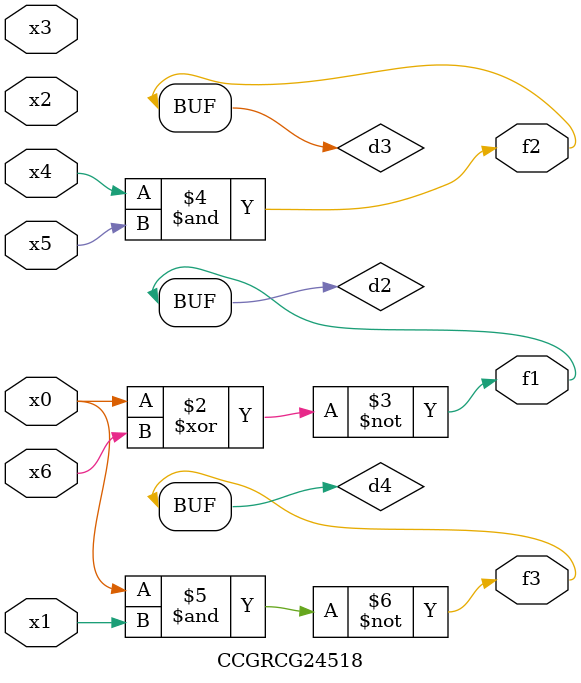
<source format=v>
module CCGRCG24518(
	input x0, x1, x2, x3, x4, x5, x6,
	output f1, f2, f3
);

	wire d1, d2, d3, d4;

	nor (d1, x0);
	xnor (d2, x0, x6);
	and (d3, x4, x5);
	nand (d4, x0, x1);
	assign f1 = d2;
	assign f2 = d3;
	assign f3 = d4;
endmodule

</source>
